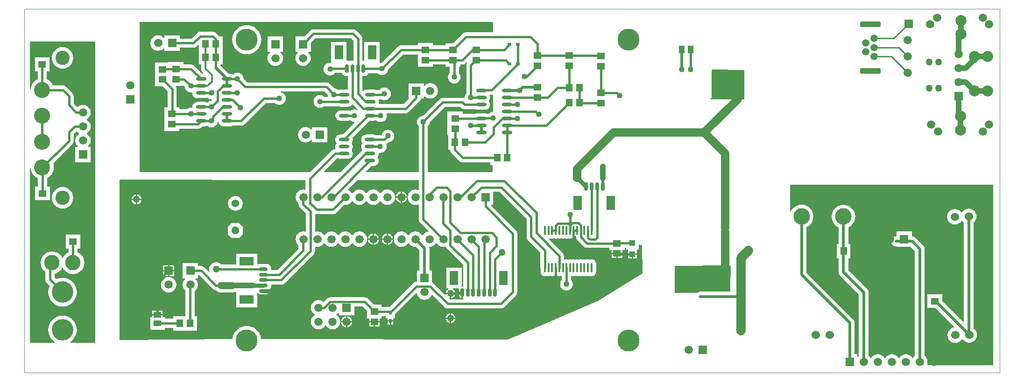
<source format=gtl>
%FSTAX23Y23*%
%MOIN*%
%SFA1B1*%

%IPPOS*%
%AMD10*
4,1,8,0.005900,0.030500,-0.005900,0.030500,-0.011800,0.024600,-0.011800,-0.024600,-0.005900,-0.030500,0.005900,-0.030500,0.011800,-0.024600,0.011800,0.024600,0.005900,0.030500,0.0*
1,1,0.011820,0.005900,0.024600*
1,1,0.011820,-0.005900,0.024600*
1,1,0.011820,-0.005900,-0.024600*
1,1,0.011820,0.005900,-0.024600*
%
%AMD15*
4,1,8,0.030500,-0.005900,0.030500,0.005900,0.024600,0.011800,-0.024600,0.011800,-0.030500,0.005900,-0.030500,-0.005900,-0.024600,-0.011800,0.024600,-0.011800,0.030500,-0.005900,0.0*
1,1,0.011820,0.024600,-0.005900*
1,1,0.011820,0.024600,0.005900*
1,1,0.011820,-0.024600,0.005900*
1,1,0.011820,-0.024600,-0.005900*
%
%AMD43*
4,1,8,-0.027600,-0.011500,-0.011500,-0.027600,0.011500,-0.027600,0.027600,-0.011500,0.027600,0.011500,0.011500,0.027600,-0.011500,0.027600,-0.027600,0.011500,-0.027600,-0.011500,0.0*
%
%AMD48*
4,1,8,0.072800,-0.010600,0.072800,0.010600,0.062200,0.021300,-0.062200,0.021300,-0.072800,0.010600,-0.072800,-0.010600,-0.062200,-0.021300,0.062200,-0.021300,0.072800,-0.010600,0.0*
1,1,0.021260,0.062200,-0.010600*
1,1,0.021260,0.062200,0.010600*
1,1,0.021260,-0.062200,0.010600*
1,1,0.021260,-0.062200,-0.010600*
%
G04~CAMADD=10~8~0.0~0.0~236.2~610.2~59.1~0.0~15~0.0~0.0~0.0~0.0~0~0.0~0.0~0.0~0.0~0~0.0~0.0~0.0~0.0~236.2~610.2*
%ADD10D10*%
%ADD11R,0.059060X0.098430*%
%ADD12O,0.074800X0.023620*%
%ADD13O,0.013780X0.070870*%
%ADD14R,0.098430X0.059060*%
G04~CAMADD=15~8~0.0~0.0~236.2~610.2~59.1~0.0~15~0.0~0.0~0.0~0.0~0~0.0~0.0~0.0~0.0~0~0.0~0.0~0.0~270.0~610.0~236.0*
%ADD15D15*%
%ADD16R,0.047240X0.053150*%
%ADD17R,0.053150X0.047240*%
%ADD18R,0.057090X0.045280*%
%ADD19R,0.045280X0.057090*%
%ADD20R,0.041340X0.043310*%
%ADD21R,0.053150X0.039370*%
%ADD22R,0.039370X0.053150*%
%ADD23R,0.031500X0.019690*%
%ADD24R,0.019690X0.031500*%
%ADD25C,0.020000*%
%ADD26C,0.015000*%
%ADD27C,0.030000*%
%ADD28C,0.013000*%
%ADD29C,0.050000*%
%ADD30C,0.040000*%
%ADD31C,0.065000*%
%ADD32C,0.060000*%
%ADD33C,0.039370*%
%ADD34C,0.010000*%
%ADD35C,0.001000*%
%ADD36C,0.059060*%
%ADD37R,0.059060X0.059060*%
%ADD38C,0.110240*%
%ADD39C,0.153540*%
%ADD40C,0.060000*%
%ADD41C,0.114170*%
%ADD42R,0.059060X0.059060*%
G04~CAMADD=43~4~0.0~0.0~551.2~551.2~0.0~161.4~0~0.0~0.0~0.0~0.0~0~0.0~0.0~0.0~0.0~0~0.0~0.0~0.0~135.0~551.2~551.2*
%ADD43D43*%
%ADD44C,0.055120*%
%ADD45C,0.118110*%
%ADD46C,0.078740*%
%ADD47C,0.052130*%
G04~CAMADD=48~8~0.0~0.0~425.2~1456.7~106.3~0.0~15~0.0~0.0~0.0~0.0~0~0.0~0.0~0.0~0.0~0~0.0~0.0~0.0~270.0~1457.0~425.0*
%ADD48D48*%
%ADD49C,0.050000*%
%ADD50C,0.040000*%
%ADD51C,0.020000*%
%ADD52C,0.062000*%
%ADD53C,0.022840*%
%ADD54C,0.102360*%
%ADD55C,0.157000*%
%LNcareboard_smd_ordered_kritikare-1*%
%LPD*%
G36*
X00504Y00216D02*
X00328D01*
X00327Y0022*
X00329Y00221*
X00344Y00234*
X00357Y0025*
X00366Y00267*
X00372Y00287*
X00374Y00307*
X00372Y00326*
X00366Y00346*
X00357Y00363*
X00344Y00379*
X00329Y00392*
X00311Y00401*
X00292Y00407*
X00272Y00409*
X00252Y00407*
X00233Y00401*
X00215Y00392*
X002Y00379*
X00187Y00363*
X00178Y00346*
X00172Y00326*
X0017Y00307*
X00172Y00287*
X00178Y00267*
X00187Y0025*
X002Y00234*
X00215Y00221*
X00217Y0022*
X00216Y00216*
X0004*
Y01461*
X00045Y01462*
X00046Y0145*
X00051Y01435*
X00058Y01421*
X00069Y01408*
X00081Y01398*
X00095Y0139*
X00096Y0139*
Y01331*
X00077*
Y01233*
X00181*
Y01331*
X00162*
Y01392*
X00173Y01398*
X00185Y01408*
X00196Y01421*
X00203Y01435*
X00208Y0145*
X00209Y01467*
X00208Y01483*
X00204Y01497*
X00341Y01634*
X00346Y01641*
X00348Y01645*
X0035Y01649*
X0035Y01653*
X00351Y01658*
Y01707*
X00371Y01727*
X00376Y01726*
X00379Y01722*
X0039Y01713*
Y01708*
X00379Y01699*
X0037Y01688*
X00365Y01675*
X00363Y01661*
X00365Y01646*
X0037Y01633*
X00379Y01622*
X00382Y0162*
X0038Y01615*
X00363*
Y01506*
X00473*
Y01615*
X00456*
X00454Y0162*
X00457Y01622*
X00466Y01633*
X00471Y01646*
X00473Y01661*
X00471Y01675*
X00466Y01688*
X00457Y01699*
X00446Y01708*
Y01713*
X00457Y01722*
X00466Y01733*
X00471Y01746*
X00473Y01761*
X00471Y01775*
X00466Y01788*
X00457Y01799*
X00446Y01808*
Y01813*
X00457Y01822*
X00466Y01833*
X00471Y01846*
X00473Y01861*
X00471Y01875*
X00466Y01888*
X00457Y01899*
X00446Y01908*
X00432Y01914*
X00418Y01916*
X00404Y01914*
X00391Y01908*
X00379Y01899*
X00378Y01899*
X00351Y01926*
Y01978*
X0035Y01986*
X00346Y01994*
X00343Y01998*
X00341Y02001*
X00297Y02045*
X0029Y0205*
X00286Y02052*
X00282Y02053*
X00278Y02054*
X00274Y02054*
X00203*
X00196Y02067*
X00185Y0208*
X00173Y0209*
X0016Y02097*
Y02156*
X00179*
Y02254*
X00075*
Y02156*
X00094*
Y02097*
X00081Y0209*
X00069Y0208*
X00058Y02067*
X00051Y02053*
X00046Y02038*
X00045Y02026*
X0004Y02027*
Y02368*
X00504*
Y00216*
G37*
G36*
X03345Y01986D02*
X03344Y01865D01*
X03333Y01863*
X03322Y01859*
X03314Y01852*
X03298*
X03296Y01853*
X03286Y01855*
X03235*
X03226Y01853*
X03218Y0185*
X03128*
Y01867*
X0302*
Y01771*
Y01698*
X03025*
Y01595*
X0304*
Y01593*
X0304Y01589*
X03041Y01585*
X03042Y01581*
X03044Y01577*
X03049Y0157*
X03106Y01513*
X03113Y01508*
X03121Y01505*
X03129Y01504*
X03137Y01505*
X03325*
Y01486*
X0334*
X03343Y01482*
X03343Y01435*
X02883Y01434*
X0288Y01438*
Y01761*
X02886Y0177*
X02891Y01781*
X02892Y01791*
X03001Y019*
X03113*
X03119Y01894*
X03122Y01892*
X03126Y01889*
X0313Y01887*
X03134Y01886*
X03138Y01885*
X03142Y01885*
X03218*
X03226Y01882*
X03235Y0188*
X03286*
X03296Y01882*
X03305Y01885*
X03313Y01891*
X03319Y01899*
X03322Y01908*
X03324Y01917*
X03322Y01927*
X03319Y01936*
X03314Y01942*
X03319Y01949*
X03322Y01958*
X03324Y01967*
X03322Y01977*
X03319Y01984*
X03322Y01988*
X03335*
X0334Y01989*
X03341Y01989*
X03345Y01986*
G37*
G36*
X05138Y02165D02*
Y01953D01*
X04898*
X04897Y01958*
X04904Y01965*
Y02163*
X04908Y02167*
X05138Y02165*
G37*
G36*
X05041Y00764D02*
X0504Y006D01*
X05039Y00581*
X04928*
X04926Y00581*
X04823*
X04814Y00579*
X04806Y00576*
X04799Y0057*
X04643*
Y0076*
X04647Y00764*
X05037Y00767*
X05041Y00764*
G37*
G36*
X02952Y00916D02*
X02963Y00908D01*
X02976Y00902*
X02991Y009*
X03005Y00902*
X03008Y00903*
X0301Y00899*
X03012Y00895*
X03017Y00888*
X03131Y00774*
Y00616*
X03131Y00615*
X03121*
Y00752*
X03011*
Y00603*
X03025*
X03026Y00598*
X03024Y00598*
X03017Y00592*
X03011Y00585*
X03008Y00576*
X03007Y00572*
X03077*
X03076Y00576*
X03073Y00585*
X03067Y00592*
X0306Y00598*
X03058Y00598*
X03059Y00603*
X031*
X03103Y00599*
X03103Y00599*
Y0058*
X03125*
Y00575*
X03127*
Y0055*
X03128Y00542*
X0313Y00537*
Y00534*
X03131*
X03131Y00533*
X03132Y00527*
X03132Y00526*
X03036*
X03033Y00531*
X03034Y00533*
X03037Y00532*
Y00562*
X03007*
X03008Y00559*
X03003Y00557*
X02919Y00642*
X02912Y00647*
X0291Y00648*
Y00731*
X02891*
Y0089*
X0289Y00896*
X0289Y00897*
X02893Y00901*
X02905Y00902*
X02918Y00908*
X0293Y00916*
X02938Y00928*
X02943*
X02952Y00916*
G37*
G36*
X02007Y01378D02*
Y01312D01*
X02003Y01309*
X01991Y0131*
X01976Y01308*
X01963Y01303*
X01952Y01294*
X01943Y01283*
X01938Y01269*
X01936Y01255*
X01938Y01241*
X01943Y01228*
X01952Y01216*
X01957Y01212*
Y01206*
X01958Y01201*
X01958Y01197*
X0196Y01193*
X01962Y01189*
X01967Y01182*
X02008Y01141*
Y01012*
X02004Y01008*
X01991Y0101*
X01976Y01008*
X01963Y01003*
X01952Y00994*
X01943Y00983*
X01938Y00969*
X01936Y00955*
X01938Y00941*
X01943Y00928*
X01952Y00916*
X01957Y00912*
Y00886*
X01805Y00734*
X01761*
X01761Y00735*
Y00746*
X0176Y00754*
X01757Y00762*
X01752Y00768*
X01745Y00773*
X01738Y00777*
X0173Y00778*
X0168*
X01672Y00777*
X01665Y00774*
X01664Y00775*
X01661Y00778*
Y00851*
X01513*
Y00773*
X01407*
X01405Y00776*
X01394Y00784*
X01382Y00789*
X01369Y00791*
X01356Y00789*
X01344Y00784*
X01333Y00776*
X01325Y00766*
X0132Y00754*
X01319Y00741*
X0132Y00727*
X01322Y00723*
X01318Y00721*
X01285Y00754*
X01278Y00759*
X01274Y00761*
X0127Y00762*
X01266Y00763*
X01262Y00763*
X01238*
Y00785*
X01129*
Y00676*
X01146*
X01147Y00671*
X01145Y00669*
X01136Y00658*
X01131Y00645*
X01129Y00631*
X01131Y00616*
X01136Y00603*
X01145Y00592*
X0115Y00588*
Y00404*
X01061*
Y00387*
X01001*
Y00399*
X00986*
Y0041*
X00913*
Y00399*
X00898*
Y00309*
X01001*
Y00321*
X01061*
Y00301*
X01232*
Y00404*
X01216*
Y00586*
X01223Y00592*
X01231Y00603*
X01237Y00616*
X01239Y00631*
X01237Y00645*
X01231Y00658*
X01223Y00669*
X0122Y00671*
X01222Y00676*
X01238*
Y00698*
X01248*
X01343Y00603*
X01349Y00598*
X01353Y00596*
X01357Y00595*
X01362Y00594*
X01363Y00594*
X01366Y00591*
X01367Y00589*
X01368Y00588*
X01379Y0058*
X01391Y00575*
X01404Y00573*
X01479*
X01492Y00575*
X015Y00578*
X01513*
Y00578*
Y00575*
Y00469*
X01661*
Y0057*
X01666Y00572*
X01669Y00567*
X01674Y00564*
X0168Y00562*
X0173*
X01736Y00564*
X01741Y00567*
X01745Y00572*
X01746Y00579*
Y0059*
X01746Y00591*
X01752Y00596*
X01757Y00602*
X0176Y0061*
X01761Y00618*
Y00629*
X01761Y0063*
X01833*
X01837Y0063*
X01841Y00631*
X01845Y00632*
X01849Y00634*
X01856Y00639*
X02064Y00847*
X02066Y0085*
X02069Y00854*
X02073Y00862*
X02074Y00871*
Y00899*
X02078Y00902*
X02091Y009*
X02105Y00902*
X02118Y00908*
X0213Y00916*
X02138Y00928*
X02143*
X02152Y00916*
X02163Y00908*
X02176Y00902*
X02191Y009*
X02205Y00902*
X02218Y00908*
X0223Y00916*
X02238Y00928*
X02243*
X02252Y00916*
X02263Y00908*
X02276Y00902*
X02291Y009*
X02305Y00902*
X02318Y00908*
X0233Y00916*
X02338Y00928*
X02343*
X02352Y00916*
X02363Y00908*
X02376Y00902*
X02391Y009*
X02405Y00902*
X02418Y00908*
X0243Y00916*
X02438Y00928*
X02444Y00941*
X02446Y00955*
X02444Y00969*
X02438Y00983*
X0243Y00994*
X02418Y01003*
X02405Y01008*
X02391Y0101*
X02376Y01008*
X02363Y01003*
X02352Y00994*
X02343Y00983*
X02338*
X0233Y00994*
X02318Y01003*
X02305Y01008*
X02291Y0101*
X02276Y01008*
X02263Y01003*
X02252Y00994*
X02243Y00983*
X02238*
X0223Y00994*
X02218Y01003*
X02205Y01008*
X02191Y0101*
X02176Y01008*
X02163Y01003*
X02152Y00994*
X02143Y00983*
X02138*
X0213Y00994*
X02118Y01003*
X02105Y01008*
X02091Y0101*
X02078Y01009*
X02074Y01012*
Y01132*
X02078Y01136*
X0208Y01135*
X02084Y01135*
X02203*
X02207Y01135*
X02212Y01136*
X02216Y01137*
X02219Y01139*
X02226Y01144*
X02283Y01201*
X02291Y012*
X02305Y01202*
X02318Y01208*
X0233Y01216*
X02338Y01228*
X02343*
X02352Y01216*
X02363Y01208*
X02376Y01202*
X02391Y012*
X02405Y01202*
X02418Y01208*
X0243Y01216*
X02438Y01228*
X02443*
X02452Y01216*
X02463Y01208*
X02476Y01202*
X02491Y012*
X02505Y01202*
X02518Y01208*
X0253Y01216*
X02538Y01228*
X02543*
X02552Y01216*
X02563Y01208*
X02576Y01202*
X02591Y012*
X02605Y01202*
X02618Y01208*
X0263Y01216*
X02638Y01228*
X02644Y01241*
X02646Y01255*
X02644Y01269*
X02638Y01283*
X0263Y01294*
X02618Y01303*
X02605Y01308*
X02591Y0131*
X02576Y01308*
X02563Y01303*
X02552Y01294*
X02543Y01283*
X02538*
X0253Y01294*
X02518Y01303*
X02505Y01308*
X02491Y0131*
X02476Y01308*
X02463Y01303*
X02452Y01294*
X02443Y01283*
X02438*
X0243Y01294*
X02418Y01303*
X02405Y01308*
X02391Y0131*
X02376Y01308*
X02363Y01303*
X02352Y01294*
X02343Y01283*
X02338*
X0233Y01294*
X02318Y01303*
X02309Y01307*
X02308Y01312*
X02374Y01378*
X02814Y01377*
Y01309*
X0281Y01306*
X02805Y01308*
X02791Y0131*
X02776Y01308*
X02763Y01303*
X02752Y01294*
X02743Y01283*
X02738Y01269*
X02736Y01255*
X02738Y01241*
X02743Y01228*
X02752Y01216*
X02763Y01208*
X02776Y01202*
X02791Y012*
X02805Y01202*
X0281Y01204*
X02814Y01201*
Y01097*
X02815Y01093*
X02815Y01089*
X02817Y01085*
X02819Y01081*
X02824Y01074*
X02884Y01014*
X02883Y01009*
X02876Y01008*
X02863Y01003*
X02852Y00994*
X02843Y00983*
X02838*
X0283Y00994*
X02818Y01003*
X02805Y01008*
X02791Y0101*
X02776Y01008*
X02763Y01003*
X02752Y00994*
X02743Y00983*
X02738*
X0273Y00994*
X02718Y01003*
X02705Y01008*
X02691Y0101*
X02676Y01008*
X02663Y01003*
X02652Y00994*
X02643Y00983*
X02638Y00969*
X02636Y00955*
X02638Y00941*
X02643Y00928*
X02652Y00916*
X02663Y00908*
X02676Y00902*
X02691Y009*
X02705Y00902*
X02718Y00908*
X0273Y00916*
X02738Y00928*
X02743*
X02752Y00916*
X02763Y00908*
X02776Y00902*
X02791Y009*
X02795Y00901*
X0282Y00876*
Y00731*
X02801*
Y00651*
X028*
X02791Y0065*
X02785Y00648*
X02783Y00647*
X0278Y00645*
X02776Y00642*
X02607Y00472*
X02578*
Y00471*
X02549*
Y00487*
X02495*
X02451Y0053*
X02445Y00536*
X02441Y00537*
X02437Y00539*
X02433Y00539*
X02428Y0054*
X02182*
X02178Y00539*
X02174Y00539*
X0217Y00537*
X02166Y00536*
X02159Y0053*
X02135Y00506*
X02127Y00513*
X02114Y00518*
X021Y0052*
X02085Y00518*
X02072Y00513*
X02061Y00504*
X02052Y00493*
X02046Y00479*
X02045Y00465*
X02046Y00451*
X02052Y00438*
X02061Y00426*
X02072Y00418*
Y00413*
X02061Y00404*
X02052Y00393*
X02046Y00379*
X02045Y00365*
X02046Y00351*
X02052Y00338*
X02061Y00326*
X02072Y00317*
X02085Y00312*
X021Y0031*
X02114Y00312*
X02127Y00317*
X02138Y00326*
X02147Y00337*
X02152*
X02161Y00326*
X02172Y00317*
X02185Y00312*
X022Y0031*
X02214Y00312*
X02227Y00317*
X02238Y00326*
X02247Y00338*
X02253Y00351*
X02255Y00365*
X02253Y00379*
X02247Y00393*
X02238Y00404*
X02227Y00413*
Y00418*
X02238Y00426*
X0224Y00429*
X02245Y00427*
Y00411*
X02354*
Y00474*
X02415*
X02446Y00443*
Y00389*
X02461*
Y0037*
X02534*
Y00389*
X02549*
Y00405*
X02578*
Y00391*
X02593*
Y00377*
X02632*
Y00391*
X02647*
Y0042*
X02797Y0057*
X02802Y00568*
X02802Y00562*
X02808Y00549*
X02817Y00538*
X02828Y00529*
X02841Y00523*
X02856Y00522*
X0287Y00523*
X02883Y00529*
X02894Y00538*
X02903Y00549*
X02906Y00556*
X02911Y00557*
X02997Y0047*
X03Y00468*
X03004Y00465*
X03012Y00462*
X03021Y00461*
X03403*
X03407Y00461*
X03411Y00462*
X03415Y00463*
X03419Y00465*
X03426Y0047*
X03509Y00553*
X03511Y00556*
X03514Y0056*
X03517Y00568*
X03518Y00577*
Y00996*
X03517Y01004*
X03514Y01012*
X03509Y01019*
X03331Y01196*
X03333Y01201*
X03345*
Y01293*
X03392*
X03584Y01101*
Y00973*
X03585Y00968*
X03585Y00964*
X03587Y0096*
X03589Y00956*
X03594Y00949*
X03683Y0086*
Y00752*
X03684Y00747*
Y00723*
X03685Y00715*
X03688Y00707*
X03693Y007*
X037Y00695*
X03707Y00692*
X03716Y00691*
X03724Y00692*
X03728Y00694*
X03733Y00692*
X03741Y00691*
X0375Y00692*
X03754Y00694*
X03759Y00692*
X03767Y00691*
X03775Y00692*
X03783Y00695*
X0379Y007*
X0379Y00701*
X03795*
X03795Y007*
X03802Y00695*
X0381Y00692*
X03818Y00691*
X03826Y00692*
X03831Y00694*
X03835Y00692*
X03836Y00692*
Y00665*
X0383Y00656*
X03825Y00645*
X03824Y00634*
X03825Y00622*
X0383Y00611*
X03837Y00602*
X03847Y00594*
X03857Y0059*
X03869Y00588*
X03881Y0059*
X03892Y00594*
X03901Y00602*
X03909Y00611*
X03913Y00622*
X03915Y00634*
X03913Y00645*
X03909Y00656*
X03902Y00665*
Y00692*
X03903Y00692*
X03908Y00694*
X03912Y00692*
X0392Y00691*
X03929Y00692*
X03933Y00694*
X03938Y00692*
X03946Y00691*
X03954Y00692*
X03959Y00694*
X03963Y00692*
X03972Y00691*
X0398Y00692*
X03984Y00694*
X03989Y00692*
X03997Y00691*
X04005Y00692*
X0401Y00694*
X04014Y00692*
X04023Y00691*
X04031Y00692*
X04036Y00694*
X0404Y00692*
X04048Y00691*
X04057Y00692*
X04064Y00695*
X04071Y007*
X04076Y00707*
X04079Y00715*
X04081Y00723*
Y0078*
X04079Y00789*
X04076Y00796*
X04071Y00803*
X04064Y00808*
X04057Y00811*
X04048Y00812*
X0404Y00811*
X04036Y00809*
X04031Y00811*
X04023Y00812*
X04014Y00811*
X0401Y00809*
X04005Y00811*
X03997Y00812*
X03989Y00811*
X03984Y00809*
X0398Y00811*
X03972Y00812*
X03963Y00811*
X03959Y00809*
X03954Y00811*
X03946Y00812*
X03938Y00811*
X03933Y00809*
X03929Y00811*
X0392Y00812*
X03912Y00811*
X03908Y00809*
X03903Y00811*
X03895Y00812*
X03886Y00811*
X03882Y00809*
X03878Y00811*
X03869Y00812*
X03861Y00811*
X03856Y00809*
X03852Y00811*
X03851Y00811*
Y00835*
X0385Y0084*
X0385Y00844*
X03848Y00848*
X03846Y00852*
X03841Y00859*
X03745Y00955*
X03747Y00959*
X0375Y0096*
X03754Y00962*
X03759Y0096*
X03767Y00959*
X03775Y0096*
X0378Y00962*
X03784Y0096*
X03792Y00959*
X03801Y0096*
X03805Y00962*
X0381Y0096*
X03818Y00959*
X03826Y0096*
X03831Y00962*
X03835Y0096*
X03844Y00959*
X03852Y0096*
X03856Y00962*
X03861Y0096*
X03869Y00959*
X03878Y0096*
X03882Y00962*
X03886Y0096*
X03895Y00959*
X03903Y0096*
X03911Y00963*
X03918Y00968*
X03922Y00974*
X03927Y00975*
X03933Y00979*
X03934*
X03939Y00975*
Y0097*
X03939Y00966*
X0394Y00961*
X03942Y00958*
X03943Y00954*
X03948Y00947*
X03992Y00903*
X03995Y00901*
X03999Y00898*
X04004Y00896*
X04007Y00895*
X04008Y00894*
X04015Y00893*
X04177*
Y00879*
X04192*
Y00858*
X04269*
Y00879*
X04284*
Y00895*
X04295*
Y00881*
X0431*
Y00881*
Y00878*
Y00854*
X04371*
Y00878*
Y00881*
X04371Y00881*
X04386*
Y00915*
X0439Y00918*
X0441Y00911*
X04411Y0071*
X04097Y00513*
X03452Y00239*
X0169Y00241*
X0169Y00247*
X01686Y00263*
X0168Y00278*
X01671Y00292*
X0166Y00304*
X01648Y00314*
X01634Y00323*
X01619Y00329*
X01603Y00333*
X01587Y00334*
X01571Y00333*
X01555Y00329*
X0154Y00323*
X01526Y00314*
X01514Y00304*
X01503Y00292*
X01495Y00278*
X01488Y00263*
X01484Y00247*
X01484Y0024*
X00683Y00236*
X0068Y00239*
Y01378*
X00683Y01381*
X02007Y01378*
G37*
G36*
X06914Y01344D02*
Y00056D01*
X06913Y00056*
X06446*
X06444Y0006*
X06445Y00064*
X06447Y00078*
X06445Y00092*
X0644Y00106*
X06431Y00117*
X06427Y0012*
Y00886*
X06426Y00895*
X06423Y00904*
X06417Y00911*
X06363Y00965*
X06356Y00971*
X06347Y00974*
X06338Y00975*
X06335*
Y01011*
X06225*
Y00975*
X06222*
X06213Y00974*
X06204Y00971*
X06197Y00965*
X06191Y00958*
X06188Y00949*
X06187Y0094*
X06188Y00931*
X06191Y00922*
X06197Y00915*
X06204Y00909*
X06213Y00906*
X06222Y00905*
X06225*
Y00901*
X06327*
X06357Y00871*
Y0012*
X06353Y00117*
X06345Y00106*
X0634*
X06331Y00117*
X0632Y00126*
X06306Y00131*
X06292Y00133*
X06278Y00131*
X06265Y00126*
X06253Y00117*
X06245Y00106*
X0624*
X06231Y00117*
X0622Y00126*
X06206Y00131*
X06192Y00133*
X06178Y00131*
X06165Y00126*
X06153Y00117*
X06145Y00106*
X0614*
X06131Y00117*
X0612Y00126*
X06106Y00131*
X06092Y00133*
X06078Y00131*
X06065Y00126*
X06053Y00117*
X06045Y00106*
X0604*
X06031Y00117*
X06027Y0012*
Y00575*
X06026Y00584*
X06023Y00593*
X06017Y006*
X05882Y00735*
Y00818*
X05897*
Y00922*
X05882*
Y0104*
X05893Y01046*
X05906Y01057*
X05917Y0107*
X05925Y01084*
X05929Y011*
X05931Y01117*
X05929Y01133*
X05925Y01149*
X05917Y01163*
X05906Y01176*
X05893Y01187*
X05879Y01195*
X05863Y01199*
X05847Y01201*
X0583Y01199*
X05814Y01195*
X058Y01187*
X05787Y01176*
X05776Y01163*
X05768Y01149*
X05764Y01133*
X05762Y01117*
X05764Y011*
X05768Y01084*
X05776Y0107*
X05787Y01057*
X058Y01046*
X05811Y0104*
Y00922*
X058*
Y00818*
X05811*
Y00721*
X05812Y00711*
X05816Y00703*
X05822Y00696*
X05957Y0056*
Y0012*
X05953Y00117*
X05951Y00114*
X05947Y00116*
Y00133*
X05927*
Y00357*
X05926Y00366*
X05923Y00375*
X05917Y00382*
X05583Y00716*
Y01041*
X05594Y01047*
X05607Y01058*
X05618Y01071*
X05626Y01085*
X0563Y01101*
X05632Y01118*
X0563Y01134*
X05626Y0115*
X05618Y01164*
X05607Y01177*
X05594Y01188*
X0558Y01196*
X05564Y012*
X05548Y01202*
X05531Y012*
X05515Y01196*
X05501Y01188*
X05488Y01177*
X05477Y01164*
X0547Y01151*
X05466Y01153*
Y01341*
X05469Y01345*
X06914Y01344*
G37*
G36*
X03342Y02508D02*
X03346Y02504D01*
X03346Y02433*
X03151*
X03142Y02432*
X03137Y0243*
X03134Y02429*
X03131Y02427*
X03128Y02424*
X0306Y02356*
X03005*
Y02342*
X02914*
Y02357*
X0281*
Y02342*
X02689*
X02681Y0234*
X02673Y02337*
X02669Y02334*
X02666Y02332*
X02552Y02218*
X02541Y02216*
X0254Y02216*
X02536Y02218*
Y02365*
X02426*
Y02232*
X02426Y02231*
X02414*
X02413Y02232*
Y02387*
X02412Y02396*
X0241Y02401*
X02409Y02404*
X02407Y02407*
X02404Y02411*
X02369Y02446*
X02362Y02451*
X02358Y02453*
X02354Y02454*
X0235Y02455*
X02346Y02455*
X02063*
X02059Y02455*
X02055Y02454*
X02051Y02453*
X02047Y02451*
X0204Y02446*
X01998Y02403*
X01935*
Y02294*
X01951*
X01953Y0229*
X01951Y02288*
X01942Y02276*
X01936Y02263*
X01935Y02249*
X01936Y02235*
X01942Y02221*
X01951Y0221*
X01962Y02201*
X01975Y02196*
X0199Y02194*
X02004Y02196*
X02017Y02201*
X02028Y0221*
X02037Y02221*
X02043Y02235*
X02045Y02249*
X02043Y02263*
X02037Y02276*
X02028Y02288*
X02026Y0229*
X02028Y02294*
X02044*
Y02357*
X02077Y0239*
X02332*
X02348Y02374*
Y02232*
X02347Y02231*
X02335*
X02327Y0223*
X02322Y02228*
X02316Y0223*
X02308Y02231*
X02299*
Y02365*
X02189*
Y02219*
X02186Y02215*
X02181Y02216*
X02169Y02215*
X02158Y0221*
X02149Y02203*
X02142Y02193*
X02137Y02182*
X02136Y02171*
X02137Y02159*
X02142Y02148*
X02149Y02139*
X02158Y02131*
X02169Y02127*
X02181Y02125*
X02193Y02127*
X02204Y02131*
X02213Y02139*
X02216Y02143*
X02266*
X02269Y02135*
X02274Y02129*
X02281Y02124*
X02288Y02121*
X02296Y0212*
X02308*
X02309Y02119*
Y02026*
X02308Y02026*
X02257*
X02248Y02024*
X0224Y02021*
X02232Y02028*
X02221Y02032*
X02211Y02034*
X02179Y02066*
X02172Y02071*
X02168Y02073*
X02164Y02074*
X0216Y02075*
X02155Y02075*
X0159*
X01565Y02101*
X01563Y02111*
X01559Y02122*
X01552Y02132*
X01542Y02139*
X01531Y02143*
X0152Y02145*
X01508Y02143*
X01497Y02139*
X01489Y02132*
X01481Y02135*
X01472Y02137*
X01459*
X01398Y02198*
Y02203*
X01414*
Y02301*
Y02404*
X01392*
X01391Y02405*
X01388Y02408*
X01368Y02429*
X01361Y02434*
X01357Y02436*
X01353Y02437*
X01349Y02438*
X01345Y02438*
X01255*
X01246Y02437*
X0124Y02435*
X01238Y02434*
X01235Y02432*
X01231Y02429*
X01192Y02389*
X01109*
Y02411*
X01*
Y02395*
X00995Y02393*
X00993Y02395*
X00982Y02404*
X00969Y0241*
X00955Y02412*
X0094Y0241*
X00927Y02404*
X00916Y02395*
X00907Y02384*
X00901Y02371*
X009Y02357*
X00901Y02342*
X00907Y02329*
X00916Y02318*
X00927Y02309*
X0094Y02303*
X00955Y02302*
X00969Y02303*
X00982Y02309*
X00993Y02318*
X00995Y0232*
X01Y02318*
Y02302*
X01109*
Y02324*
X01206*
X0121Y02324*
X01214Y02325*
X01218Y02326*
X01222Y02328*
X01229Y02333*
X01239Y02344*
X01244Y02342*
Y02301*
Y02203*
X01261*
Y02174*
X01262Y02166*
X01265Y02158*
X0127Y02152*
X0128Y02141*
X01278Y02137*
X0127*
X01212Y02195*
X01205Y022*
X01201Y02202*
X01197Y02204*
X01193Y02204*
X01189Y02205*
X01134*
Y0222*
X01027*
Y02218*
X00932*
Y02121*
Y02048*
X00986*
X01021Y02013*
Y01898*
X00998*
Y01802*
Y01729*
X01106*
Y01744*
X01239*
X01243Y01745*
X01247Y01745*
X01251Y01747*
X01255Y01749*
X01262Y01754*
X0127Y01762*
X01287*
X01296Y01764*
X01304Y01767*
X01312Y0176*
X01323Y01756*
X01335Y01754*
X01346Y01756*
X01357Y0176*
X01367Y01767*
X01374Y01777*
X01378Y01788*
X01379Y01794*
X01384*
X01385Y0179*
X01388Y01781*
X01394Y01773*
X01402Y01767*
X01411Y01764*
X01421Y01762*
X01472*
X01481Y01764*
X01489Y01767*
X01547*
X01551Y01767*
X01555Y01768*
X01559Y01769*
X01563Y01771*
X0157Y01776*
X01722Y01928*
X01789*
X01797Y01921*
X01808Y01917*
X0182Y01915*
X01832Y01917*
X01843Y01921*
X01852Y01928*
X01859Y01938*
X01864Y01949*
X01865Y01961*
X01864Y01972*
X01859Y01983*
X01852Y01993*
X01843Y02*
X01832Y02004*
X01829Y02005*
X01829Y0201*
X02142*
X02164Y01987*
X02166Y01977*
X02166Y01975*
X02163Y01971*
X02141*
X02132Y01978*
X02121Y01983*
X02109Y01985*
X02097Y01983*
X02086Y01978*
X02077Y01971*
X0207Y01962*
X02065Y01951*
X02064Y01939*
X02065Y01927*
X0207Y01916*
X02077Y01907*
X02086Y019*
X02097Y01895*
X02109Y01894*
X02121Y01895*
X02132Y019*
X02139Y01906*
X0224*
X02248Y01903*
X02257Y01901*
X02308*
X02318Y01903*
X02327Y01906*
X02335Y01912*
X02339Y01918*
X02344Y01918*
X02379Y01883*
X02376Y01879*
X02368Y01882*
X02356Y01884*
X02344Y01882*
X02334Y01878*
X02325Y01871*
X02318Y01874*
X02308Y01876*
X02257*
X02248Y01874*
X02239Y01871*
X02231Y01865*
X02225Y01857*
X02221Y01848*
X0222Y01839*
X02221Y01829*
X02225Y0182*
X02231Y01812*
X02239Y01806*
X02248Y01803*
X02257Y01801*
X02308*
X02318Y01803*
X02325Y01806*
X02334Y01799*
X02344Y01795*
X02355Y01793*
X02357Y01788*
X02272Y01704*
X02256*
X02246Y01702*
X02237Y01699*
X0223Y01693*
X02224Y01685*
X0222Y01676*
X02219Y01667*
X0222Y01657*
X02224Y01648*
X02229Y01642*
X02224Y01635*
X0222Y01626*
X02219Y01617*
X0222Y01607*
X02221Y01604*
X02219Y01599*
X02211Y01598*
X02203Y01595*
X02199Y01592*
X02196Y0159*
X0204Y01434*
X00827Y01434*
X0082Y01443*
X00823Y01447*
Y02508*
X02723*
X03342Y02508*
G37*
G36*
X01143Y02048D02*
X01144Y02038D01*
X01148Y02027*
X01156Y02017*
X01165Y0201*
X01176Y02006*
X01188Y02004*
X01195Y02005*
X01199Y02002*
X01198Y02*
X012Y0199*
X01203Y01981*
X01209Y01973*
X01217Y01967*
X01226Y01964*
X01236Y01962*
X01287*
X01296Y01964*
X01304Y01967*
X01312Y0196*
X01323Y01956*
X01335Y01954*
X01336Y01954*
X01339Y0195*
X01333Y01945*
X01323Y01943*
X01312Y01939*
X01304Y01932*
X01296Y01935*
X01287Y01937*
X01236*
X01226Y01935*
X01217Y01932*
X01209Y01926*
X01203Y01918*
X012Y01909*
X01198Y019*
X01199Y01897*
X01195Y01894*
X01188Y01895*
X01176Y01893*
X01165Y01889*
X01157Y01883*
X01106*
Y01898*
X01087*
Y02027*
X01086Y02034*
X01086Y02035*
X01085Y02037*
X01082Y02043*
X01079Y02047*
X01079Y02047*
X01082Y02051*
X01134*
X01138Y02053*
X01143Y02048*
G37*
G36*
X0281Y0226D02*
Y02187D01*
X02914*
Y02203*
X03005*
Y02188*
X03035*
Y02144*
X03029Y02136*
X03024Y02125*
X03023Y02113*
X03024Y02102*
X03029Y02091*
X03036Y02081*
X03045Y02074*
X03056Y02069*
X03068Y02068*
X0308Y02069*
X03091Y02074*
X031Y02081*
X03107Y02091*
X03112Y02102*
X03113Y02113*
X03112Y02125*
X03107Y02136*
X03101Y02144*
Y02188*
X03113*
Y02203*
X03125*
X0313Y02204*
X03134Y02204*
X03138Y02206*
X03142Y02208*
X03149Y02213*
X03156Y0222*
X0316Y02217*
X03159Y02216*
X03157Y02212*
X03156Y02208*
X03155Y02204*
X03155Y02199*
Y01999*
X03148Y0199*
X03144Y01979*
X03142Y01967*
X03142Y01966*
X03138Y01963*
X03135Y01964*
X03131Y01965*
X03127Y01965*
X02987*
X02983Y01965*
X02979Y01964*
X02975Y01963*
X02971Y01961*
X02964Y01956*
X02846Y01838*
X02835Y01836*
X02824Y01832*
X02815Y01825*
X02808Y01815*
X02803Y01804*
X02802Y01793*
X02803Y01781*
X02808Y0177*
X02814Y01761*
Y01434*
X02437Y01434*
X02435Y01439*
X02476Y01479*
X02492*
X02502Y01481*
X02511Y01484*
X02518Y0149*
X02524Y01498*
X02528Y01507*
X02529Y01517*
X02528Y01526*
X02524Y01535*
X02519Y01542*
X02524Y01548*
X02528Y01557*
X02529Y01567*
X02529Y01569*
X02533Y01572*
X0254Y01571*
X02552Y01573*
X02563Y01577*
X02572Y01584*
X02579Y01594*
X02584Y01605*
X02585Y01617*
X02584Y01628*
X02582Y01633*
X02584Y01637*
X02585Y01638*
X02592Y01643*
X02596Y01647*
X02607Y01649*
X02618Y01653*
X02627Y0166*
X02634Y0167*
X02639Y01681*
X0264Y01693*
X02639Y01704*
X02634Y01715*
X02627Y01725*
X02618Y01732*
X02607Y01736*
X02595Y01738*
X02583Y01736*
X02572Y01732*
X02563Y01725*
X02556Y01715*
X02551Y01704*
X02551Y01699*
X02509*
X02502Y01702*
X02492Y01704*
X02441*
X02431Y01702*
X02422Y01699*
X02415Y01693*
X02409Y01685*
X02405Y01676*
X02404Y01667*
X02405Y01657*
X02409Y01648*
X02414Y01642*
X02409Y01635*
X02405Y01626*
X02404Y01617*
X02405Y01607*
X02409Y01598*
X02414Y01592*
X02413Y01591*
X02412Y0159*
X02256Y01434*
X02139Y01434*
X02138Y01439*
X02233Y01534*
X02239*
X02246Y01531*
X02256Y01529*
X02307*
X02317Y01531*
X02326Y01534*
X02333Y0154*
X02339Y01548*
X02343Y01557*
X02344Y01567*
X02343Y01576*
X02339Y01585*
X02334Y01592*
X02339Y01598*
X02343Y01607*
X02344Y01617*
X02343Y01626*
X02339Y01635*
X02334Y01642*
X02339Y01648*
X02343Y01657*
X02344Y01667*
X02343Y01676*
X02341Y0168*
X02463Y01801*
X02493*
X02503Y01803*
X0251Y01806*
X02519Y01799*
X02529Y01795*
X02541Y01793*
X02553Y01795*
X02564Y01799*
X02573Y01806*
X02581Y01816*
X02585Y01827*
X02587Y01839*
X02585Y0185*
X02585Y01852*
X02587Y01856*
X02721*
X02725Y01856*
X02729Y01857*
X02733Y01858*
X02737Y0186*
X02744Y01865*
X0282Y01941*
X02822Y01944*
X02825Y01948*
X02828Y01956*
X02829Y0196*
X02851*
Y01976*
X02856Y01978*
X02858Y01976*
X02869Y01967*
X02882Y01961*
X02897Y0196*
X02911Y01961*
X02924Y01967*
X02935Y01976*
X02944Y01987*
X0295Y02*
X02952Y02015*
X0295Y02029*
X02944Y02042*
X02935Y02053*
X02924Y02062*
X02911Y02068*
X02897Y0207*
X02882Y02068*
X02869Y02062*
X02858Y02053*
X02856Y02051*
X02851Y02053*
Y02069*
X02742*
Y0196*
X02743Y01957*
X02707Y01921*
X02531*
X02528Y01925*
X02529Y01929*
X02531Y01939*
X02529Y01948*
X02528Y01952*
X02531Y01956*
X02545*
X02547Y01954*
X02558Y0195*
X0257Y01948*
X02582Y0195*
X02593Y01954*
X02602Y01961*
X02609Y01971*
X02614Y01982*
X02615Y01994*
X02614Y02005*
X02609Y02016*
X02602Y02026*
X02593Y02033*
X02582Y02037*
X0257Y02039*
X02558Y02037*
X02547Y02033*
X02538Y02026*
X02535Y02021*
X0251*
X02503Y02024*
X02493Y02026*
X02442*
X02433Y02024*
X02424Y02021*
X02418Y02016*
X02413Y02018*
Y02119*
X02414Y0212*
X02426*
X02434Y02121*
X02441Y02124*
X02448Y02129*
X02453Y02135*
X02455Y0214*
X02522*
X0253Y02133*
X02541Y02129*
X02553Y02127*
X02565Y02129*
X02576Y02133*
X02585Y0214*
X02592Y0215*
X02597Y02161*
X02598Y02171*
X02703Y02276*
X0281*
Y0226*
G37*
%LNcareboard_smd_ordered_kritikare-2*%
%LPC*%
G36*
X0103Y00685D02*
X01015Y00683D01*
X01002Y00677*
X00991Y00668*
X00982Y00657*
X00976Y00644*
X00975Y0063*
X00976Y00615*
X00982Y00602*
X00991Y00591*
X01002Y00582*
X01015Y00576*
X0103Y00575*
X01044Y00576*
X01057Y00582*
X01068Y00591*
X01077Y00602*
X01083Y00615*
X01085Y0063*
X01083Y00644*
X01077Y00657*
X01068Y00668*
X01057Y00677*
X01044Y00683*
X0103Y00685*
G37*
G36*
X00986Y00445D02*
X00955D01*
Y0042*
X00986*
Y00445*
G37*
G36*
X03077Y00562D02*
X03047D01*
Y00532*
X03051Y00533*
X0306Y00537*
X03067Y00542*
X03073Y00549*
X03076Y00558*
X03077Y00562*
G37*
G36*
X0312Y0057D02*
X03103D01*
Y0055*
X03104Y00544*
X03108Y00538*
X03113Y00535*
X03119Y00534*
X0312*
Y0057*
G37*
G36*
X04371Y00844D02*
X04345D01*
Y00817*
X04371*
Y00844*
G37*
G36*
X04335D02*
X0431D01*
Y00817*
X04335*
Y00844*
G37*
G36*
X01069Y00769D02*
X01035D01*
Y00735*
X01069*
Y00769*
G37*
G36*
X01025Y00725D02*
X0099D01*
Y0069*
X01025*
Y00725*
G37*
G36*
X01069D02*
X01035D01*
Y0069*
X01069*
Y00725*
G37*
G36*
X01025Y00769D02*
X0099D01*
Y00735*
X01025*
Y00769*
G37*
G36*
X00945Y00445D02*
X00913D01*
Y0042*
X00945*
Y00445*
G37*
G36*
X02534Y0036D02*
X02503D01*
Y00331*
X02534*
Y0036*
G37*
G36*
X02608Y00367D02*
X02593D01*
Y00346*
X02608*
Y00367*
G37*
G36*
X02632D02*
X02618D01*
Y00346*
X02632*
Y00367*
G37*
G36*
X02295Y0036D02*
X0226D01*
X02261Y00355*
X02265Y00345*
X02271Y00337*
X0228Y00331*
X02289Y00327*
X02295Y00326*
Y0036*
G37*
G36*
X02339D02*
X02305D01*
Y00326*
X0231Y00327*
X02319Y00331*
X02328Y00337*
X02334Y00345*
X02338Y00355*
X02339Y0036*
G37*
G36*
X02493D02*
X02461D01*
Y00331*
X02493*
Y0036*
G37*
G36*
X02305Y00404D02*
Y0037D01*
X02339*
X02338Y00375*
X02334Y00385*
X02328Y00393*
X02319Y004*
X0231Y00404*
X02305Y00404*
G37*
G36*
X03037Y00425D02*
X03033Y00425D01*
X03024Y00421*
X03017Y00416*
X03011Y00408*
X03008Y004*
X03007Y00396*
X03037*
Y00425*
G37*
G36*
X03047D02*
Y00396D01*
X03077*
X03076Y004*
X03073Y00408*
X03067Y00416*
X0306Y00421*
X03051Y00425*
X03047Y00425*
G37*
G36*
X03037Y00386D02*
X03007D01*
X03008Y00382*
X03011Y00373*
X03017Y00366*
X03024Y0036*
X03033Y00357*
X03037Y00356*
Y00386*
G37*
G36*
X03077D02*
X03047D01*
Y00356*
X03051Y00357*
X0306Y0036*
X03067Y00366*
X03073Y00373*
X03076Y00382*
X03077Y00386*
G37*
G36*
X02295Y00404D02*
X02289Y00404D01*
X0228Y004*
X02271Y00393*
X02265Y00385*
X02261Y00375*
X0226Y0037*
X02295*
Y00404*
G37*
G36*
X04225Y00848D02*
X04192D01*
Y00821*
X04225*
Y00848*
G37*
G36*
X02686Y0125D02*
X02651D01*
X02652Y01245*
X02656Y01235*
X02663Y01227*
X02671Y01221*
X0268Y01217*
X02686Y01216*
Y0125*
G37*
G36*
X0273D02*
X02696D01*
Y01216*
X02701Y01217*
X02711Y01221*
X02719Y01227*
X02725Y01235*
X02729Y01245*
X0273Y0125*
G37*
G36*
X00795Y01274D02*
X00791Y01274D01*
X00782Y0127*
X00775Y01264*
X00769Y01257*
X00766Y01249*
X00765Y01245*
X00795*
Y01274*
G37*
G36*
X00272Y01328D02*
X00257Y01327D01*
X00243Y01322*
X00229Y01315*
X00218Y01306*
X00208Y01294*
X00201Y01281*
X00197Y01266*
X00195Y01252*
X00197Y01237*
X00201Y01222*
X00208Y01209*
X00218Y01197*
X00229Y01188*
X00243Y01181*
X00257Y01176*
X00272Y01175*
X00287Y01176*
X00301Y01181*
X00315Y01188*
X00326Y01197*
X00336Y01209*
X00343Y01222*
X00347Y01237*
X00349Y01252*
X00347Y01266*
X00343Y01281*
X00336Y01294*
X00326Y01306*
X00315Y01315*
X00301Y01322*
X00287Y01327*
X00272Y01328*
G37*
G36*
X00795Y01235D02*
X00765D01*
X00766Y0123*
X00769Y01222*
X00775Y01215*
X00782Y01209*
X00791Y01205*
X00795Y01205*
Y01235*
G37*
G36*
X00835D02*
X00805D01*
Y01205*
X00809Y01205*
X00818Y01209*
X00825Y01215*
X00831Y01222*
X00834Y0123*
X00835Y01235*
G37*
G36*
X00805Y01274D02*
Y01245D01*
X00835*
X00834Y01249*
X00831Y01257*
X00825Y01264*
X00818Y0127*
X00809Y01274*
X00805Y01274*
G37*
G36*
X00272Y02328D02*
X00257Y02327D01*
X00243Y02322*
X00229Y02315*
X00218Y02306*
X00208Y02294*
X00201Y02281*
X00197Y02266*
X00195Y02252*
X00197Y02237*
X00201Y02222*
X00208Y02209*
X00218Y02197*
X00229Y02188*
X00243Y02181*
X00257Y02176*
X00272Y02175*
X00287Y02176*
X00301Y02181*
X00315Y02188*
X00326Y02197*
X00336Y02209*
X00343Y02222*
X00347Y02237*
X00349Y02252*
X00347Y02266*
X00343Y02281*
X00336Y02294*
X00326Y02306*
X00315Y02315*
X00301Y02322*
X00287Y02327*
X00272Y02328*
G37*
G36*
X01845Y02403D02*
X01736D01*
Y02294*
X01752*
X01754Y0229*
X01752Y02288*
X01743Y02276*
X01737Y02263*
X01736Y02249*
X01737Y02235*
X01743Y02221*
X01752Y0221*
X01763Y02201*
X01776Y02196*
X01791Y02194*
X01805Y02196*
X01818Y02201*
X01829Y0221*
X01838Y02221*
X01844Y02235*
X01846Y02249*
X01844Y02263*
X01838Y02276*
X01829Y02288*
X01827Y0229*
X01829Y02294*
X01845*
Y02403*
G37*
G36*
X01587Y02484D02*
X01571Y02483D01*
X01555Y02479*
X0154Y02473*
X01526Y02464*
X01514Y02454*
X01503Y02442*
X01495Y02428*
X01488Y02413*
X01484Y02397*
X01483Y02381*
X01484Y02364*
X01488Y02348*
X01495Y02333*
X01503Y02319*
X01514Y02307*
X01526Y02297*
X0154Y02288*
X01555Y02282*
X01571Y02278*
X01587Y02277*
X01603Y02278*
X01619Y02282*
X01634Y02288*
X01648Y02297*
X0166Y02307*
X01671Y02319*
X0168Y02333*
X01686Y02348*
X0169Y02364*
X01691Y02381*
X0169Y02397*
X01686Y02413*
X0168Y02428*
X01671Y02442*
X0166Y02454*
X01648Y02464*
X01634Y02473*
X01619Y02479*
X01603Y02483*
X01587Y02484*
G37*
G36*
X02686Y01294D02*
X0268Y01294D01*
X02671Y0129*
X02663Y01283*
X02656Y01275*
X02652Y01266*
X02651Y0126*
X02686*
Y01294*
G37*
G36*
X02696D02*
Y0126D01*
X0273*
X02729Y01266*
X02725Y01275*
X02719Y01283*
X02711Y0129*
X02701Y01294*
X02696Y01294*
G37*
G36*
X02008Y01757D02*
X01993Y01755D01*
X0198Y01749*
X01969Y0174*
X0196Y01729*
X01954Y01716*
X01953Y01702*
X01954Y01687*
X0196Y01674*
X01969Y01663*
X0198Y01654*
X01993Y01648*
X02008Y01647*
X02022Y01648*
X02035Y01654*
X02046Y01663*
X02048Y01665*
X02053Y01663*
Y01647*
X02162*
Y01756*
X02053*
Y0174*
X02048Y01738*
X02046Y0174*
X02035Y01749*
X02022Y01755*
X02008Y01757*
G37*
G36*
X0253Y0095D02*
X02496D01*
Y00916*
X02501Y00917*
X02511Y00921*
X02519Y00927*
X02525Y00935*
X02529Y00945*
X0253Y0095*
G37*
G36*
X02586D02*
X02551D01*
X02552Y00945*
X02556Y00935*
X02563Y00927*
X02571Y00921*
X0258Y00917*
X02586Y00916*
Y0095*
G37*
G36*
X0263D02*
X02596D01*
Y00916*
X02601Y00917*
X02611Y00921*
X02619Y00927*
X02625Y00935*
X02629Y00945*
X0263Y0095*
G37*
G36*
X04269Y00848D02*
X04235D01*
Y00821*
X04269*
Y00848*
G37*
G36*
X00399Y00987D02*
X00295D01*
Y00889*
X00314*
Y0086*
X00302Y00853*
X0029Y00843*
X0028Y00831*
X00275Y00821*
X0027*
X00264Y00831*
X00254Y00843*
X00242Y00853*
X00228Y00861*
X00213Y00865*
X00197Y00867*
X00181Y00865*
X00166Y00861*
X00152Y00853*
X0014Y00843*
X0013Y00831*
X00123Y00817*
X00118Y00802*
X00117Y00787*
X00118Y00771*
X00123Y00756*
X0013Y00742*
X0014Y0073*
X00148Y00723*
Y00668*
X00149Y00663*
X00149Y00659*
X00151Y00655*
X00153Y00651*
X00158Y00644*
X00181Y00621*
X00178Y00616*
X00172Y00596*
X0017Y00577*
X00172Y00557*
X00178Y00537*
X00187Y0052*
X002Y00504*
X00215Y00491*
X00233Y00482*
X00252Y00476*
X00272Y00474*
X00292Y00476*
X00311Y00482*
X00329Y00491*
X00344Y00504*
X00357Y0052*
X00366Y00537*
X00372Y00557*
X00374Y00577*
X00372Y00596*
X00366Y00616*
X00357Y00633*
X00344Y00649*
X00329Y00662*
X00311Y00671*
X00292Y00677*
X00272Y00679*
X00252Y00677*
X00233Y00671*
X00227Y00668*
X00214Y00681*
Y00708*
X00228Y00712*
X00242Y0072*
X00254Y0073*
X00264Y00742*
X0027Y00752*
X00275*
X0028Y00742*
X0029Y0073*
X00302Y0072*
X00316Y00712*
X00331Y00708*
X00347Y00706*
X00363Y00708*
X00378Y00712*
X00392Y0072*
X00404Y0073*
X00414Y00742*
X00421Y00756*
X00426Y00771*
X00428Y00787*
X00426Y00802*
X00421Y00817*
X00414Y00831*
X00404Y00843*
X00392Y00853*
X0038Y0086*
Y00889*
X00399*
Y00987*
G37*
G36*
X02486Y0095D02*
X02451D01*
X02452Y00945*
X02456Y00935*
X02463Y00927*
X02471Y00921*
X0248Y00917*
X02486Y00916*
Y0095*
G37*
G36*
Y00994D02*
X0248Y00994D01*
X02471Y0099*
X02463Y00983*
X02456Y00975*
X02452Y00966*
X02451Y0096*
X02486*
Y00994*
G37*
G36*
X01532Y01071D02*
X0148D01*
X01453Y01045*
Y00992*
X0148Y00966*
X01532*
X01559Y00992*
Y01045*
X01532Y01071*
G37*
G36*
X06742Y01173D02*
X06727Y01171D01*
X06714Y01166*
X06702Y01157*
X06693Y01145*
X06685Y01149*
X06681Y01155*
X06669Y01164*
X06656Y01169*
X06642Y01171*
X06627Y01169*
X06614Y01164*
X06602Y01155*
X06593Y01143*
X06588Y0113*
X06586Y01116*
X06588Y01101*
X06593Y01088*
X06602Y01076*
X06614Y01067*
X06627Y01062*
X06642Y0106*
X06656Y01062*
X06669Y01067*
X06681Y01076*
X0669Y01088*
X06698Y01084*
X06702Y01078*
X06706Y01075*
Y00366*
X06702Y00364*
X06551Y00515*
Y0056*
X06447*
Y00463*
X06503*
X06638Y00329*
X06636Y00324*
X0663Y00323*
X06617Y00318*
X06605Y00309*
X06596Y00297*
X06591Y00284*
X06589Y0027*
X06591Y00255*
X06596Y00242*
X06605Y0023*
X06617Y00221*
X0663Y00216*
X06645Y00214*
X06659Y00216*
X06672Y00221*
X06684Y0023*
X06693Y00242*
X06701Y00238*
X06705Y00232*
X06717Y00223*
X0673Y00218*
X06745Y00216*
X06759Y00218*
X06772Y00223*
X06784Y00232*
X06793Y00244*
X06798Y00257*
X068Y00272*
X06798Y00286*
X06793Y00299*
X06784Y00311*
X06777Y00316*
Y01075*
X06781Y01078*
X0679Y0109*
X06795Y01103*
X06797Y01118*
X06795Y01132*
X0679Y01145*
X06781Y01157*
X06769Y01166*
X06756Y01171*
X06742Y01173*
G37*
G36*
X01506Y01264D02*
X01492Y01262D01*
X0148Y01257*
X01469Y01248*
X0146Y01237*
X01455Y01225*
X01453Y01211*
X01455Y01197*
X0146Y01184*
X01469Y01173*
X0148Y01165*
X01492Y0116*
X01506Y01158*
X0152Y0116*
X01533Y01165*
X01543Y01173*
X01552Y01184*
X01557Y01197*
X01559Y01211*
X01557Y01225*
X01552Y01237*
X01543Y01248*
X01533Y01257*
X0152Y01262*
X01506Y01264*
G37*
G36*
X02496Y00994D02*
Y0096D01*
X0253*
X02529Y00966*
X02525Y00975*
X02519Y00983*
X02511Y0099*
X02501Y00994*
X02496Y00994*
G37*
G36*
X02586D02*
X0258Y00994D01*
X02571Y0099*
X02563Y00983*
X02556Y00975*
X02552Y00966*
X02551Y0096*
X02586*
Y00994*
G37*
G36*
X02596D02*
Y0096D01*
X0263*
X02629Y00966*
X02625Y00975*
X02619Y00983*
X02611Y0099*
X02601Y00994*
X02596Y00994*
G37*
%LNcareboard_smd_ordered_kritikare-3*%
%LPD*%
G54D10*
X0336Y00575D03*
X03125D03*
X03164D03*
X03203D03*
X03243D03*
X03282D03*
X03321D03*
X04128Y0133D03*
X04089D03*
X04049D03*
X0401D03*
X02302Y02176D03*
X02341D03*
X02381D03*
X0242D03*
G54D11*
X03419Y00678D03*
X03066D03*
X04186Y01215D03*
X03949D03*
X02244Y02291D03*
X02481D03*
G54D12*
X02283Y01989D03*
Y01939D03*
Y01889D03*
Y01839D03*
X02468Y01989D03*
Y01939D03*
Y01889D03*
Y01839D03*
X01261Y021D03*
Y0205D03*
Y02D03*
Y0195D03*
Y019D03*
Y0185D03*
Y018D03*
X01446Y021D03*
Y0205D03*
Y02D03*
Y0195D03*
Y019D03*
Y0185D03*
Y018D03*
X03261Y02017D03*
Y01967D03*
Y01917D03*
Y01867D03*
Y01817D03*
Y01767D03*
Y01717D03*
X03446Y02017D03*
Y01967D03*
Y01917D03*
Y01867D03*
Y01817D03*
Y01767D03*
Y01717D03*
X02281Y01667D03*
Y01617D03*
Y01567D03*
Y01517D03*
X02467Y01667D03*
Y01617D03*
Y01567D03*
Y01517D03*
G54D13*
X04048Y01019D03*
X04023D03*
X03997D03*
X03972D03*
X03946D03*
X0392D03*
X03895D03*
X03869D03*
X03844D03*
X03818D03*
X03792D03*
X03767D03*
X03741D03*
X03716D03*
X04048Y00752D03*
X04023D03*
X03997D03*
X03972D03*
X03946D03*
X0392D03*
X03895D03*
X03869D03*
X03844D03*
X03818D03*
X03792D03*
X03767D03*
X03741D03*
X03716D03*
G54D14*
X01587Y00524D03*
Y00797D03*
G54D15*
X01705Y00741D03*
Y00585D03*
Y00624D03*
Y00663D03*
Y00702D03*
G54D16*
X05849Y0087D03*
X05921D03*
X01292Y02254D03*
X01365D03*
X01292Y02352D03*
X01365D03*
X03374Y01538D03*
X03446D03*
X03888Y0193D03*
X03961D03*
X01183Y00353D03*
X0111D03*
G54D17*
X06499Y00584D03*
Y00512D03*
X00984Y02097D03*
Y02169D03*
X02862Y02236D03*
Y02309D03*
X04115Y01929D03*
Y02002D03*
X03888Y02194D03*
Y02267D03*
X03663Y0204D03*
Y01967D03*
Y02194D03*
Y02267D03*
X02498Y00365D03*
Y00438D03*
X00127Y02205D03*
Y02278D03*
X00129Y01282D03*
Y01209D03*
X00347Y00938D03*
Y01011D03*
G54D18*
X01081Y02172D03*
Y02099D03*
X01052Y01777D03*
Y0185D03*
X03224Y02236D03*
Y02309D03*
X03059Y02236D03*
Y02309D03*
X03074Y01819D03*
Y01746D03*
X04115Y02192D03*
Y02265D03*
X0423Y00926D03*
Y00853D03*
G54D19*
X03072Y01649D03*
X03145D03*
X03888Y02039D03*
X03961D03*
G54D20*
X0434Y00928D03*
Y00849D03*
G54D21*
X0095Y00415D03*
Y00354D03*
G54D22*
X04754Y02312D03*
X04693D03*
G54D23*
X03463Y02208D03*
X03523D03*
Y02347D03*
X03463D03*
G54D24*
X02613Y00372D03*
Y00432D03*
G54D25*
X02791Y00955D02*
X02856Y0089D01*
Y00677D02*
Y0089D01*
X03261Y01717D02*
Y01767D01*
X04823Y00545D02*
X04927D01*
X04928Y00546D02*
X05117D01*
X04692Y02168D02*
Y02307D01*
X01446Y018D02*
Y0185D01*
Y0205D02*
Y021D01*
X01365Y02181D02*
X01446Y021D01*
X03446Y02017D02*
X03535D01*
Y02018D02*
X03557Y0204D01*
X03663*
X04128Y0133D02*
Y0139D01*
X04129Y01391*
X05548Y00702D02*
X05892Y00357D01*
X05548Y00702D02*
Y01118D01*
X05892Y00078D02*
Y00357D01*
X06222Y0094D02*
X06338D01*
X06392Y00886*
Y00078D02*
Y00886D01*
X05847Y00721D02*
X05992Y00575D01*
X05847Y00721D02*
Y01117D01*
X05992Y00078D02*
Y00575D01*
X06512Y00504D02*
X06742Y00275D01*
X06745Y00272*
X06742Y00275D02*
Y01118D01*
G54D26*
X03291Y0119D02*
Y01255D01*
X02613Y00432D02*
X028Y00619D01*
X02606Y00438D02*
X02613Y00432D01*
X02498Y00438D02*
X02606D01*
X0392Y01019D02*
X03946D01*
X0423Y00853D02*
X04235Y00849D01*
X0434*
X0392Y00911D02*
X03921Y00911D01*
X0392Y00911D02*
Y01019D01*
X03792Y00647D02*
Y00752D01*
X03118Y00567D02*
X03125Y00575D01*
X03042Y00567D02*
X03118D01*
X01836Y00584D02*
X01837Y00585D01*
X0242Y01889D02*
X02468D01*
X02721*
X02797Y01965D02*
Y02015D01*
X02721Y01889D02*
X02797Y01965D01*
X01365Y02181D02*
Y02385D01*
X01345Y02406D02*
X01365Y02385D01*
X01255Y02406D02*
X01345D01*
X01206Y02357D02*
X01255Y02406D01*
X01055Y02357D02*
X01206D01*
X00347Y00787D02*
Y00938D01*
X00127Y02022D02*
Y02205D01*
Y02022D02*
X00274D01*
X00318Y01913D02*
X0037Y01861D01*
X00274Y02022D02*
X00318Y01978D01*
X0037Y01861D02*
X00418D01*
X00318Y01913D02*
Y01978D01*
X00127Y01467D02*
X00129Y01465D01*
X00127Y01467D02*
X00318Y01658D01*
X00129Y01282D02*
Y01465D01*
X00318Y01658D02*
Y01721D01*
X00358Y01761*
X00418*
X00181Y00668D02*
Y00771D01*
X00197Y00787*
X00127Y01652D02*
Y01837D01*
X00181Y00668D02*
X00272Y00577D01*
X03446Y01767D02*
X03725D01*
X03446Y01594D02*
Y01717D01*
X03446Y01538D02*
Y01594D01*
X03446Y01717D02*
Y01767D01*
X03725D02*
X03888Y0193D01*
X01446Y02D02*
X0152D01*
X03187Y01767D02*
X03261D01*
X03446Y01917D02*
X03519D01*
X04228Y02002D02*
X04249Y01981D01*
X04115Y02002D02*
Y02192D01*
Y02002D02*
X04228D01*
X04115D02*
D01*
X01261Y02D02*
X01335D01*
X01052Y0185D02*
X01187D01*
X01052D02*
X01054Y01852D01*
X00984Y02097D02*
X01054Y02027D01*
Y01852D02*
Y02027D01*
X01188Y0185D02*
X01261D01*
X01187Y0185D02*
X01188Y0185D01*
X04754Y02168D02*
Y02307D01*
X01705Y00702D02*
X01819D01*
X0199Y00873*
Y00954*
X01705Y00663D02*
X01833D01*
X02041Y00871*
X0199Y01206D02*
X02041Y01155D01*
Y00871D02*
Y01155D01*
X0199Y01206D02*
Y01254D01*
X0289D02*
Y01272D01*
X0304Y01074D02*
X03113Y01D01*
X0289Y01272D02*
X02941Y01323D01*
X03016D02*
X0304Y01299D01*
X02941Y01323D02*
X03016D01*
X03321Y00575D02*
Y00857D01*
X0337Y00907*
X03113Y01D02*
X03338D01*
X0304Y01074D02*
Y01299D01*
X0337Y00907D02*
Y00968D01*
X03338Y01D02*
X0337Y00968D01*
X0299Y01068D02*
X0304Y01018D01*
X0299Y01068D02*
Y01254D01*
X03164Y00575D02*
Y00787D01*
X0304Y00912D02*
Y01018D01*
Y00912D02*
X03164Y00787D01*
X03145Y01649D02*
X0329D01*
X03349Y01707*
Y01756D02*
X03411Y01817D01*
X03349Y01707D02*
Y01756D01*
X03411Y01817D02*
X03446D01*
X03519*
X03568Y02117D02*
X03585D01*
X03663Y02194*
X01052Y01777D02*
X01239D01*
X01261Y018*
X01335*
X01346Y01811*
Y0183*
X01415Y019*
X01435*
X00984Y02169D02*
X00987Y02172D01*
X01081*
X01189D02*
X01261Y021D01*
X01081Y02172D02*
X01189D01*
X03446Y01967D02*
X03446Y01967D01*
X03663D02*
X03736D01*
X03446D02*
X03663D01*
X03736D02*
X03807Y02039D01*
X03888*
X03888Y02039*
Y02194*
X03961Y0193D02*
X03962Y01929D01*
X03961Y0193D02*
Y02039D01*
X03962Y01929D02*
X04115D01*
X03072Y01593D02*
Y01649D01*
X03074Y0165*
X03072Y01593D02*
X03129Y01537D01*
X03074Y0165D02*
Y01746D01*
X0313Y01538D02*
X03374D01*
X03187Y01967D02*
X03238D01*
X03187D02*
Y02199D01*
X03224Y02236*
X03435D02*
X03463Y02208D01*
X03224Y02236D02*
X03435D01*
X03074Y01819D02*
X03076Y01817D01*
X03261*
X03068Y02113D02*
Y02227D01*
X02862Y02236D02*
X03059D01*
X03068Y02227*
X03059Y02236D02*
X03125D01*
X03261Y01817D02*
X03263Y0182D01*
X03345*
X03125Y02236D02*
X03198Y02309D01*
X03424*
X03463Y02347*
X01138Y02099D02*
X01188Y0205D01*
X01081Y02099D02*
X01138D01*
X01188Y0205D02*
X01261D01*
X03406Y01326D02*
X03617Y01115D01*
X0319Y01254D02*
X03261Y01326D01*
X03406*
X03716Y00752D02*
Y00874D01*
X03617Y00973D02*
Y01115D01*
Y00973D02*
X03716Y00874D01*
X0309Y01254D02*
X03112D01*
X03229Y01372*
X03426*
X03818Y00752D02*
Y00835D01*
X03426Y01372D02*
X03654Y01143D01*
Y01D02*
X03818Y00835D01*
X03654Y01D02*
Y01143D01*
X0211Y01939D02*
X02283D01*
X02109Y01939D02*
X0211Y01939D01*
X02847Y01097D02*
Y01793D01*
X02987Y01933*
X02847Y01097D02*
X0299Y00954D01*
X03127Y01933D02*
X03142Y01917D01*
X02987Y01933D02*
X03127D01*
X03142Y01917D02*
X03261D01*
X0309Y00954D02*
X03203Y00841D01*
Y00575D02*
Y00841D01*
X0319Y00954D02*
X03243Y00902D01*
Y00575D02*
Y00902D01*
X03282Y00575D02*
Y00946D01*
X0329Y00954*
X01369Y00741D02*
X01705D01*
X0336Y00575D02*
Y00812D01*
X0341Y00862*
X03792Y01019D02*
Y0105D01*
X03767Y01019D02*
X03792D01*
X03869Y00634D02*
Y00752D01*
X03792Y0105D02*
X0381Y01067D01*
X03881*
X03895Y01054*
Y01019D02*
Y01054D01*
X03954Y01071D02*
X03972Y01053D01*
X03895Y01054D02*
Y01132D01*
Y01054D02*
X03912Y01071D01*
X02467Y01667D02*
X02569D01*
X01485Y0195D02*
X01541Y01894D01*
X01446Y0195D02*
X01485D01*
X02468Y01989D02*
X02565D01*
X03895Y01132D02*
X03895Y01133D01*
X03912Y01071D02*
X03954D01*
X02569Y01667D02*
X02595Y01693D01*
X03446Y01867D02*
X0365D01*
X03671Y01847*
X04015Y00926D02*
X0423D01*
X03972Y0097D02*
X04015Y00926D01*
X03972Y0097D02*
Y01053D01*
X04232Y00928D02*
X0434D01*
X0204Y01212D02*
X02062Y0119D01*
X02084Y01168*
X0204Y01212D02*
Y01388D01*
X02219Y01567*
X02084Y01168D02*
X02203D01*
X0229Y01254*
X02219Y01567D02*
X02281D01*
X0219Y01254D02*
X02204D01*
X02467Y01517*
X0209Y01254D02*
X02123D01*
X02435Y01567*
X02467*
X02283Y01839D02*
X02356D01*
X02467Y01617D02*
X0254D01*
X02281Y01667D02*
X02453Y01839D01*
X02468*
X02541*
X01446Y018D02*
X01547D01*
X01708Y01961*
X0182*
X02181Y02171D02*
X02186Y02176D01*
X02302*
X02381Y01995D02*
Y02176D01*
Y01995D02*
X02437Y01939D01*
X02468*
X01261Y019D02*
X01335D01*
X0138Y01945*
Y02011*
X02209Y01989D02*
X02283D01*
X0138Y02011D02*
X01417Y02048D01*
X02155Y02043D02*
X02209Y01989D01*
X01446Y021D02*
X0152D01*
X01577Y02043D02*
X02155D01*
X0152Y021D02*
X01577Y02043D01*
X02423Y02173D02*
X02553D01*
X0242Y02176D02*
X02423Y02173D01*
X02553D02*
X02689Y02309D01*
X03059*
X03151Y02401*
X04113Y02267D02*
X04115Y02265D01*
X03663Y02267D02*
X04113D01*
X03151Y02401D02*
X03612D01*
X03663Y02267D02*
Y0235D01*
X03612Y02401D02*
X03663Y0235D01*
X02341Y01967D02*
X0242Y01889D01*
X02341Y01967D02*
Y02176D01*
X03535Y02017D02*
Y02018D01*
X03257Y02021D02*
X03335D01*
X03523Y02208*
Y02347*
X0199Y02349D02*
X02063Y02423D01*
X02346*
X02381Y02387*
Y02176D02*
Y02387D01*
X01366Y00626D02*
X01401D01*
X01262Y00731D02*
X01366Y00626D01*
X01184Y00731D02*
X01262D01*
X0095Y00415D02*
Y0065D01*
X0103Y0073*
X0095Y00354D02*
X01109D01*
X01183Y00353D02*
Y0063D01*
X01184Y00631*
X028Y00619D02*
X02895D01*
X03021Y00494*
X03403*
X03486Y00577*
Y00996*
X03291Y0119D02*
X03486Y00996D01*
X021Y00465D02*
X0214D01*
X02182Y00507*
X02428*
X02498Y00438*
X04048Y01019D02*
Y01329D01*
X04049Y0133*
X04023Y00966D02*
Y01019D01*
Y00966D02*
X04035Y00954D01*
X04074*
X04089Y00968*
Y0133*
G54D27*
X01705Y00585D02*
X01837D01*
X0163Y00624D02*
X01705D01*
X03945Y01395D02*
X0401Y0133D01*
G54D28*
X01261Y01999D02*
X01261Y02D01*
Y0205D02*
X01307D01*
X01292Y02174D02*
X01339Y02128D01*
X01307Y0205D02*
X01339Y02081D01*
Y02128*
X01292Y02174D02*
Y02254D01*
Y02352*
G54D29*
X01404Y00624D02*
X01479D01*
G54D30*
X01479Y00624D02*
X0163D01*
X04129Y01391D02*
Y01474D01*
G54D31*
X05112Y00307D02*
X05117Y00302D01*
Y0082D02*
X0517Y00873D01*
X05117Y00302D02*
Y00546D01*
Y0082*
G54D32*
X03945Y01395D02*
Y01458D01*
X04204Y01717*
X04928Y00638D02*
X05001Y00711D01*
Y01008*
X04204Y01717D02*
X04852D01*
X05001Y01568*
Y01033D02*
Y01568D01*
X04852Y01717D02*
X05091Y01956D01*
Y02022*
G54D33*
X06681Y01736D02*
Y01834D01*
X06668Y01847D02*
X06681Y01834D01*
X06668Y01847D02*
Y01977D01*
X06782Y02016D02*
X06874D01*
X0672Y02077D02*
X06782Y02016D01*
X06668Y02077D02*
X0672D01*
X06783Y0226D02*
X06875D01*
X06782Y02233D02*
Y0226D01*
Y02241D02*
Y0226D01*
X06719Y02178D02*
X06782Y02241D01*
X06668Y02178D02*
X06719D01*
X06684Y0242D02*
Y02518D01*
X06668Y02404D02*
X06684Y0242D01*
X06668Y02279D02*
Y02404D01*
G54D34*
X06189Y02262D02*
X06306Y02145D01*
X06066Y02262D02*
X06189D01*
X06242Y02326D02*
X06307Y02262D01*
X06066Y02326D02*
X06242D01*
X06206Y02391D02*
X06311Y02495D01*
X06066Y02391D02*
X06206D01*
G54D35*
X06963Y0D02*
Y026D01*
X0D02*
X06963D01*
X0Y0D02*
X06963D01*
X0D02*
Y026D01*
G54D36*
X00955Y02357D03*
X023Y00365D03*
X022Y00465D03*
Y00365D03*
X021Y00465D03*
Y00365D03*
X06492Y00078D03*
X06392D03*
X06292D03*
X06192D03*
X05992D03*
X06092D03*
X00418Y01961D03*
Y01861D03*
Y01761D03*
Y01661D03*
X03191Y01255D03*
X03091D03*
X02991D03*
X02891D03*
X02791D03*
X02691D03*
X02591D03*
X02491D03*
X02391D03*
X02291D03*
X02191D03*
X02091D03*
X01991D03*
X03291Y00955D03*
X03191D03*
X03091D03*
X02991D03*
X02891D03*
X02791D03*
X02691D03*
X02591D03*
X02491D03*
X02391D03*
X02291D03*
X02191D03*
X02091D03*
X01991D03*
X02897Y02015D03*
X02008Y01702D03*
X01791Y02249D03*
X00756Y02056D03*
X04742Y00163D03*
X0618Y00956D03*
X02856Y00577D03*
X0199Y02249D03*
X0103Y0063D03*
X01184Y00631D03*
X06668Y02077D03*
Y02178D03*
Y02279D03*
X06307Y02379D03*
Y02262D03*
X06306Y02145D03*
X06521Y01726D03*
X06471Y01776D03*
X06887Y01775D03*
X06841Y01725D03*
Y02537D03*
X06887Y0249D03*
X06514Y02537D03*
X06464Y0249D03*
G54D37*
X01055Y02357D03*
X023Y00465D03*
X05892Y00078D03*
X02797Y02015D03*
X02108Y01702D03*
X04842Y00163D03*
X0628Y00956D03*
G54D38*
X00347Y00787D03*
X00197D03*
G54D39*
X00272Y00577D03*
Y00307D03*
G54D40*
X06742Y01118D03*
X06642Y01116D03*
X06745Y00272D03*
X06645Y0027D03*
X0575Y00272D03*
X0565Y0027D03*
G54D41*
X00127Y01467D03*
Y01652D03*
Y01837D03*
Y02022D03*
G54D42*
X00418Y01561D03*
X03291Y01255D03*
X01791Y02349D03*
X00756Y01956D03*
X02856Y00677D03*
X0199Y02349D03*
X0103Y0073D03*
X01184Y00731D03*
X06668Y01977D03*
X06311Y02495D03*
G54D43*
X01506Y01019D03*
G54D44*
X01506Y01211D03*
G54D45*
X05548Y01118D03*
X05847Y01117D03*
G54D46*
X06782Y0226D03*
X06875D03*
X06684Y02518D03*
Y0242D03*
X06875Y02016D03*
X06782Y02016D03*
X06681Y01736D03*
Y01834D03*
G54D47*
X06066Y02391D03*
X06007Y02359D03*
X06066Y02326D03*
X06007Y02296D03*
X06066Y02262D03*
G54D48*
X06038Y02491D03*
Y02158D03*
G54D49*
X03042Y00567D03*
Y00391D03*
X008Y0124D03*
X01401Y00626D03*
X05112Y00307D03*
X0517Y00873D03*
X01521Y01593D03*
X00938Y01956D03*
X01148D03*
X01752Y01867D03*
X02743Y01633D03*
X02708Y02204D03*
Y02427D03*
X01369Y00741D03*
X0341Y00862D03*
X06525Y02036D03*
Y02221D03*
X0646Y02036D03*
Y02221D03*
G54D50*
X0152Y02D03*
X03187Y01767D03*
X03519Y01917D03*
X04249Y01981D03*
X01335Y02D03*
X01188Y0185D03*
X04754Y02168D03*
X02952Y01635D03*
X03519Y01817D03*
X03568Y02117D03*
X01335Y018D03*
X04692Y02168D03*
X03187Y01967D03*
X03068Y02113D03*
X03345Y0182D03*
X01188Y0205D03*
X02109Y01939D03*
X02847Y01793D03*
X03869Y00634D03*
X01541Y01894D03*
X0257Y01994D03*
X03895Y01132D03*
X02595Y01693D03*
X03671Y01847D03*
X04928Y00638D03*
X05001Y01008D03*
X04964Y02037D03*
X05092D03*
X04964Y02127D03*
X05028Y02084D03*
X05092Y02125D03*
X02356Y01839D03*
X0254Y01617D03*
X02541Y01839D03*
X0182Y01961D03*
X02181Y02171D03*
X01335Y019D03*
X02209Y01989D03*
X0152Y021D03*
X02553Y02173D03*
X03535Y02017D03*
X04129Y01474D03*
G54D51*
X04823Y00545D03*
X04927D03*
G54D52*
X03945Y01395D03*
G54D53*
X04785Y00687D03*
X04815Y00668D03*
X04785Y00648D03*
X04844Y00687D03*
Y00648D03*
G54D54*
X00272Y02252D03*
Y01252D03*
G54D55*
X04312Y00231D03*
Y02381D03*
X01587D03*
Y00231D03*
M02*
</source>
